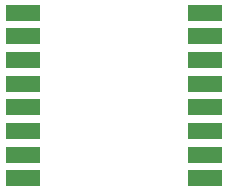
<source format=gbr>
%TF.GenerationSoftware,KiCad,Pcbnew,7.0.7*%
%TF.CreationDate,2023-11-15T17:54:30+01:00*%
%TF.ProjectId,Nodo_ESP32_bresser,4e6f646f-5f45-4535-9033-325f62726573,rev?*%
%TF.SameCoordinates,Original*%
%TF.FileFunction,Paste,Top*%
%TF.FilePolarity,Positive*%
%FSLAX46Y46*%
G04 Gerber Fmt 4.6, Leading zero omitted, Abs format (unit mm)*
G04 Created by KiCad (PCBNEW 7.0.7) date 2023-11-15 17:54:30*
%MOMM*%
%LPD*%
G01*
G04 APERTURE LIST*
%ADD10R,3.000000X1.400000*%
G04 APERTURE END LIST*
D10*
%TO.C,U2*%
X140660500Y-94558000D03*
X140660500Y-92558000D03*
X140660500Y-90558000D03*
X140660500Y-88558000D03*
X140660500Y-86558000D03*
X140660500Y-84558000D03*
X140660500Y-82558000D03*
X140660500Y-80558000D03*
X125260500Y-80558000D03*
X125260500Y-82558000D03*
X125260500Y-84558000D03*
X125260500Y-86558000D03*
X125260500Y-88558000D03*
X125260500Y-90558000D03*
X125260500Y-92558000D03*
X125260500Y-94558000D03*
%TD*%
M02*

</source>
